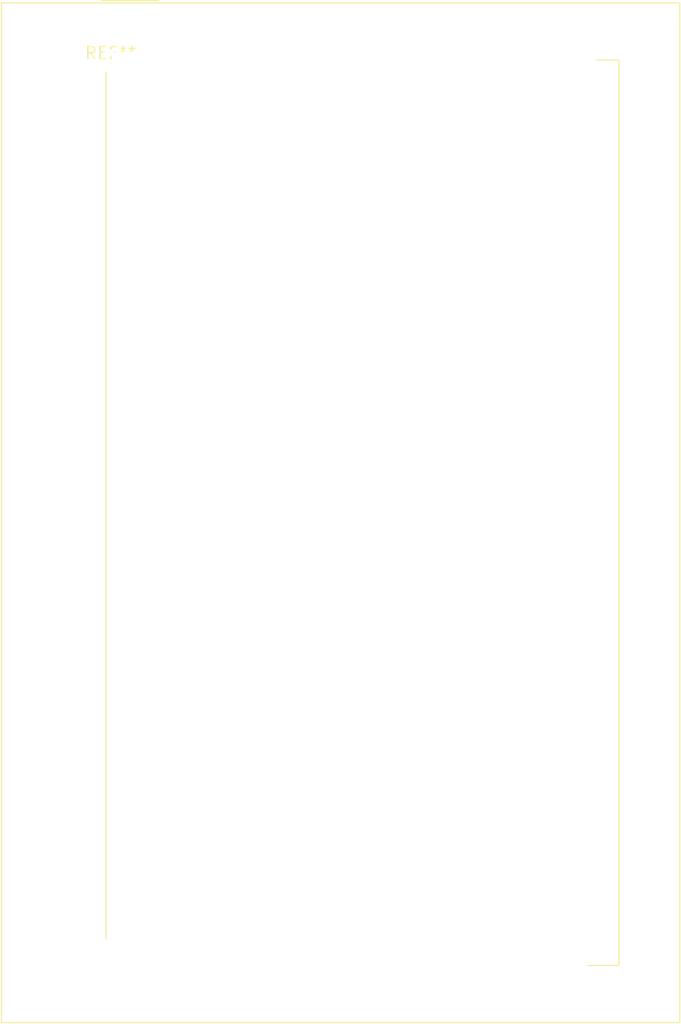
<source format=kicad_pcb>
(kicad_pcb (version 20240108) (generator pcbnew)
  (layers (0 "F.Cu" signal) (31 "B.Cu" signal) (34 "B.Paste" user) (35 "F.Paste" user) (36 "B.SilkS" user "B.Silkscreen") (37 "F.SilkS" user "F.Silkscreen") (38 "B.Mask" user) (39 "F.Mask" user) (44 "Edge.Cuts" user))
  (net 0 "")
  (footprint "EA_eDIPTFT43-XXX" (layer "F.Cu") (at 0 0)
    (property "Reference" "REF**")
    (property "Value" "EA_eDIPTFT43-XXX")
    (fp_line (start -11.49 -5.26) (end 59.75 -5.26) (layer "F.SilkS") (stroke (width 0.12)))
    (fp_line (start -11.49 101.78) (end -11.49 -5.26) (layer "F.SilkS") (stroke (width 0.12)))
    (fp_line (start -1 -5.51) (end 5 -5.51) (layer "F.SilkS") (stroke (width 0.12)))
    (fp_line (start -0.5 93) (end -0.5 2) (layer "F.SilkS") (stroke (width 0.12)))
    (fp_line (start 51 0.74) (end 53.36 0.74) (layer "F.SilkS") (stroke (width 0.12)))
    (fp_line (start 53.36 0.74) (end 53.36 95.78) (layer "F.SilkS") (stroke (width 0.12)))
    (fp_line (start 53.36 95.78) (end 50 95.78) (layer "F.SilkS") (stroke (width 0.12)))
    (fp_line (start 59.75 -5.26) (end 59.75 101.78) (layer "F.SilkS") (stroke (width 0.12)))
    (fp_line (start 59.75 101.78) (end -11.49 101.78) (layer "F.SilkS") (stroke (width 0.12)))
    (pad "1" thru_hole rect (at 0 0) (size 1.524 1.524) (drill 0.7) (layers *.Cu *.Mask) (remove_unused_layers))
    (pad "2" thru_hole circle (at 2.54 0) (size 1.524 1.524) (drill 0.7) (layers *.Cu *.Mask) (remove_unused_layers))
    (pad "3" thru_hole circle (at 5.08 0) (size 1.524 1.524) (drill 0.7) (layers *.Cu *.Mask) (remove_unused_layers))
    (pad "4" thru_hole circle (at 7.62 0) (size 1.524 1.524) (drill 0.7) (layers *.Cu *.Mask) (remove_unused_layers))
    (pad "5" thru_hole circle (at 10.16 0) (size 1.524 1.524) (drill 0.7) (layers *.Cu *.Mask) (remove_unused_layers))
    (pad "6" thru_hole circle (at 12.7 0) (size 1.524 1.524) (drill 0.7) (layers *.Cu *.Mask) (remove_unused_layers))
    (pad "7" thru_hole circle (at 15.24 0) (size 1.524 1.524) (drill 0.7) (layers *.Cu *.Mask) (remove_unused_layers))
    (pad "8" thru_hole circle (at 17.78 0) (size 1.524 1.524) (drill 0.7) (layers *.Cu *.Mask) (remove_unused_layers))
    (pad "9" thru_hole circle (at 20.32 0) (size 1.524 1.524) (drill 0.7) (layers *.Cu *.Mask) (remove_unused_layers))
    (pad "10" thru_hole circle (at 22.86 0) (size 1.524 1.524) (drill 0.7) (layers *.Cu *.Mask) (remove_unused_layers))
    (pad "11" thru_hole circle (at 25.4 0) (size 1.524 1.524) (drill 0.7) (layers *.Cu *.Mask) (remove_unused_layers))
    (pad "12" thru_hole circle (at 27.94 0) (size 1.524 1.524) (drill 0.7) (layers *.Cu *.Mask) (remove_unused_layers))
    (pad "13" thru_hole circle (at 30.48 0) (size 1.524 1.524) (drill 0.7) (layers *.Cu *.Mask) (remove_unused_layers))
    (pad "14" thru_hole circle (at 33.02 0) (size 1.524 1.524) (drill 0.7) (layers *.Cu *.Mask) (remove_unused_layers))
    (pad "15" thru_hole circle (at 35.56 0) (size 1.524 1.524) (drill 0.7) (layers *.Cu *.Mask) (remove_unused_layers))
    (pad "16" thru_hole circle (at 38.1 0) (size 1.524 1.524) (drill 0.7) (layers *.Cu *.Mask) (remove_unused_layers))
    (pad "17" thru_hole circle (at 40.64 0) (size 1.524 1.524) (drill 0.7) (layers *.Cu *.Mask) (remove_unused_layers))
    (pad "18" thru_hole circle (at 43.18 0) (size 1.524 1.524) (drill 0.7) (layers *.Cu *.Mask) (remove_unused_layers))
    (pad "19" thru_hole circle (at 45.72 0) (size 1.524 1.524) (drill 0.7) (layers *.Cu *.Mask) (remove_unused_layers))
    (pad "20" thru_hole circle (at 48.26 0) (size 1.524 1.524) (drill 0.7) (layers *.Cu *.Mask) (remove_unused_layers))
    (pad "21" thru_hole circle (at 48.26 96.52) (size 1.524 1.524) (drill 0.7) (layers *.Cu *.Mask) (remove_unused_layers))
    (pad "22" thru_hole circle (at 45.72 96.52) (size 1.524 1.524) (drill 0.7) (layers *.Cu *.Mask) (remove_unused_layers))
    (pad "23" thru_hole circle (at 43.18 96.52) (size 1.524 1.524) (drill 0.7) (layers *.Cu *.Mask) (remove_unused_layers))
    (pad "24" thru_hole circle (at 40.64 96.52) (size 1.524 1.524) (drill 0.7) (layers *.Cu *.Mask) (remove_unused_layers))
    (pad "25" thru_hole circle (at 38.1 96.52) (size 1.524 1.524) (drill 0.7) (layers *.Cu *.Mask) (remove_unused_layers))
    (pad "26" thru_hole circle (at 35.56 96.52) (size 1.524 1.524) (drill 0.7) (layers *.Cu *.Mask) (remove_unused_layers))
    (pad "27" thru_hole circle (at 33.02 96.52) (size 1.524 1.524) (drill 0.7) (layers *.Cu *.Mask) (remove_unused_layers))
    (pad "28" thru_hole circle (at 30.48 96.52) (size 1.524 1.524) (drill 0.7) (layers *.Cu *.Mask) (remove_unused_layers))
    (pad "29" thru_hole circle (at 27.94 96.52) (size 1.524 1.524) (drill 0.7) (layers *.Cu *.Mask) (remove_unused_layers))
    (pad "30" thru_hole circle (at 25.4 96.52) (size 1.524 1.524) (drill 0.7) (layers *.Cu *.Mask) (remove_unused_layers))
    (pad "31" thru_hole circle (at 22.86 96.52) (size 1.524 1.524) (drill 0.7) (layers *.Cu *.Mask) (remove_unused_layers))
    (pad "32" thru_hole circle (at 20.32 96.52) (size 1.524 1.524) (drill 0.7) (layers *.Cu *.Mask) (remove_unused_layers))
    (pad "33" thru_hole circle (at 17.78 96.52) (size 1.524 1.524) (drill 0.7) (layers *.Cu *.Mask) (remove_unused_layers))
    (pad "34" thru_hole circle (at 15.24 96.52) (size 1.524 1.524) (drill 0.7) (layers *.Cu *.Mask) (remove_unused_layers))
    (pad "35" thru_hole circle (at 12.7 96.52) (size 1.524 1.524) (drill 0.7) (layers *.Cu *.Mask) (remove_unused_layers))
    (pad "36" thru_hole circle (at 10.16 96.52) (size 1.524 1.524) (drill 0.7) (layers *.Cu *.Mask) (remove_unused_layers))
    (pad "37" thru_hole circle (at 7.62 96.52) (size 1.524 1.524) (drill 0.7) (layers *.Cu *.Mask) (remove_unused_layers))
    (pad "38" thru_hole circle (at 5.08 96.52) (size 1.524 1.524) (drill 0.7) (layers *.Cu *.Mask) (remove_unused_layers))
    (pad "39" thru_hole circle (at 2.54 96.52) (size 1.524 1.524) (drill 0.7) (layers *.Cu *.Mask) (remove_unused_layers))
    (pad "40" thru_hole circle (at 0 96.52) (size 1.524 1.524) (drill 0.7) (layers *.Cu *.Mask) (remove_unused_layers))
  )
)
</source>
